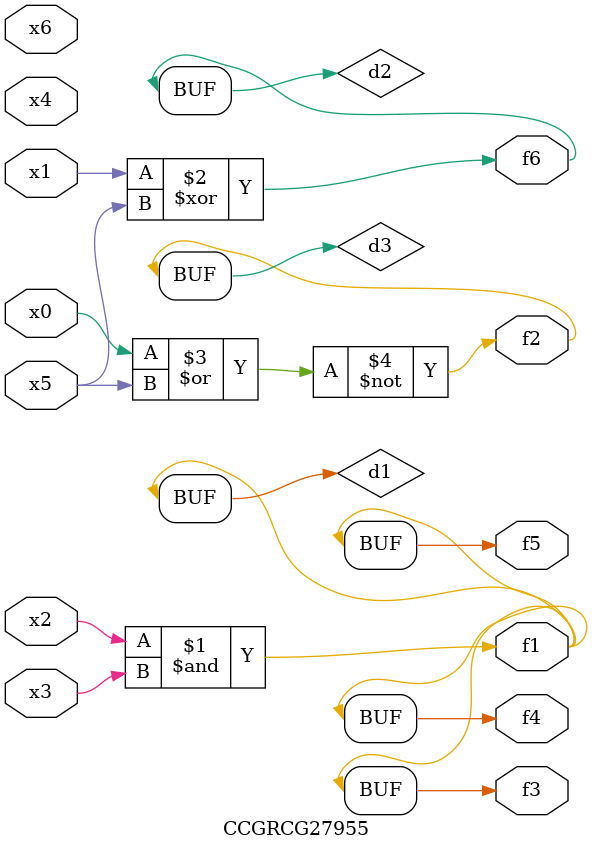
<source format=v>
module CCGRCG27955(
	input x0, x1, x2, x3, x4, x5, x6,
	output f1, f2, f3, f4, f5, f6
);

	wire d1, d2, d3;

	and (d1, x2, x3);
	xor (d2, x1, x5);
	nor (d3, x0, x5);
	assign f1 = d1;
	assign f2 = d3;
	assign f3 = d1;
	assign f4 = d1;
	assign f5 = d1;
	assign f6 = d2;
endmodule

</source>
